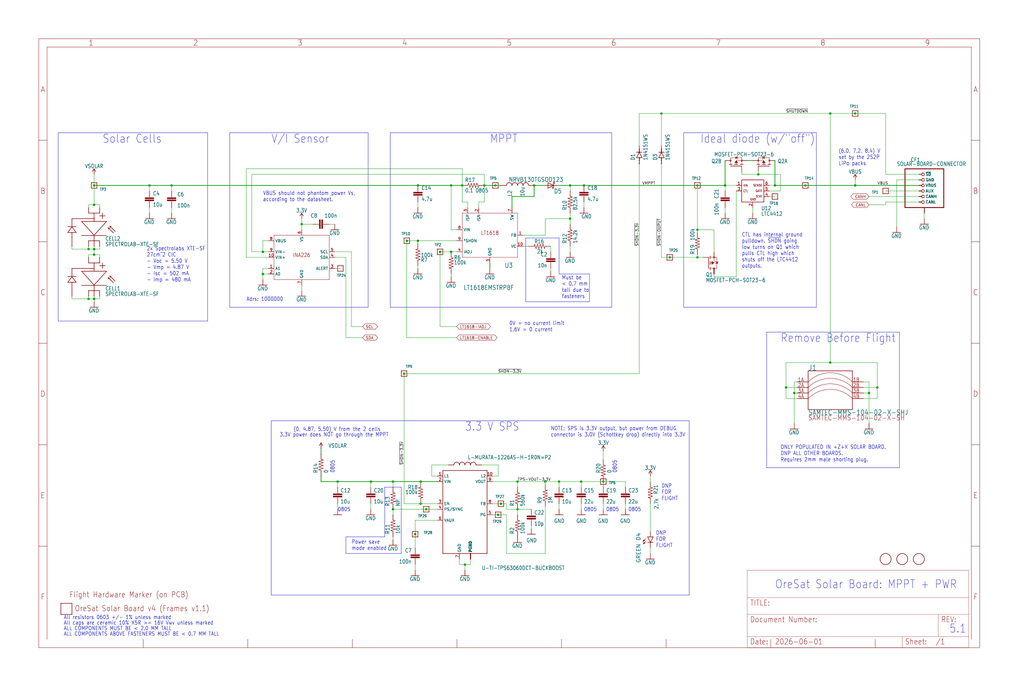
<source format=kicad_sch>
(kicad_sch (version 20230121) (generator eeschema)
  (paper "User" 469.9 317.551)
  (junction (at 43.18 116.84))
  (junction (at 68.58 85.09))
  (junction (at 191.77 85.09))
  (junction (at 193.04 231.14))
  (junction (at 347.98 80.01))
  (junction (at 381 166.37))
  (junction (at 320.04 118.11))
  (junction (at 369.57 85.09))
  (junction (at 40.64 114.3))
  (junction (at 229.87 231.14))
  (junction (at 43.18 114.3))
  (junction (at 398.78 180.34))
  (junction (at 261.62 85.09))
  (junction (at 195.58 233.68))
  (junction (at 245.11 85.09))
  (junction (at 267.97 85.09))
  (junction (at 392.43 85.09))
  (junction (at 180.34 220.98))
  (junction (at 40.64 137.16))
  (junction (at 227.33 85.09))
  (junction (at 186.69 110.49))
  (junction (at 392.43 52.07))
  (junction (at 266.7 220.98))
  (junction (at 237.49 233.68))
  (junction (at 355.6 85.09))
  (junction (at 307.34 118.11))
  (junction (at 207.01 85.09))
  (junction (at 402.59 177.8))
  (junction (at 256.54 220.98))
  (junction (at 190.5 245.11))
  (junction (at 138.43 102.87))
  (junction (at 213.36 259.08))
  (junction (at 212.09 85.09))
  (junction (at 120.65 125.73))
  (junction (at 170.18 220.98))
  (junction (at 332.74 85.09))
  (junction (at 360.68 177.8))
  (junction (at 222.25 85.09))
  (junction (at 43.18 85.09))
  (junction (at 250.19 220.98))
  (junction (at 381 52.07))
  (junction (at 320.04 85.09))
  (junction (at 201.93 115.57))
  (junction (at 320.04 105.41))
  (junction (at 185.42 171.45))
  (junction (at 207.01 115.57))
  (junction (at 193.04 220.98))
  (junction (at 120.65 115.57))
  (junction (at 276.86 220.98))
  (junction (at 364.49 180.34))
  (junction (at 78.74 85.09))
  (junction (at 191.77 110.49))
  (junction (at 43.18 93.98))
  (junction (at 303.53 52.07))
  (junction (at 154.94 220.98))
  (junction (at 261.62 100.33))
  (junction (at 180.34 233.68))
  (junction (at 237.49 220.98))
  (junction (at 43.18 137.16))
  (junction (at 228.6 236.22))
  (polyline (pts (xy 313.69 60.96) (xy 374.65 60.96)) (stroke (width 0.1524) (type solid)))
  (wire (pts (xy 201.93 149.86) (xy 201.93 115.57)) (stroke (width 0.1524)))
  (polyline (pts (xy 176.53 246.38) (xy 158.75 246.38)) (stroke (width 0.1524) (type solid)))
  (wire (pts (xy 261.62 87.63) (xy 261.62 85.09)) (stroke (width 0.1524)))
  (wire (pts (xy 237.49 233.68) (xy 243.84 233.68)) (stroke (width 0.1524)))
  (wire (pts (xy 43.18 114.3) (xy 43.18 113.03)) (stroke (width 0.1524)))
  (wire (pts (xy 45.72 116.84) (xy 43.18 116.84)) (stroke (width 0.1524)))
  (wire (pts (xy 138.43 102.87) (xy 143.51 102.87)) (stroke (width 0.1524)))
  (wire (pts (xy 191.77 123.19) (xy 191.77 121.92)) (stroke (width 0.1524)))
  (wire (pts (xy 40.64 116.84) (xy 43.18 116.84)) (stroke (width 0.1524)))
  (wire (pts (xy 229.87 85.09) (xy 227.33 85.09)) (stroke (width 0.3048)))
  (wire (pts (xy 332.74 87.63) (xy 332.74 85.09)) (stroke (width 0.1524)))
  (wire (pts (xy 227.33 85.09) (xy 222.25 85.09)) (stroke (width 0.3048)))
  (wire (pts (xy 78.74 97.79) (xy 78.74 95.25)) (stroke (width 0.1524)))
  (wire (pts (xy 340.36 78.74) (xy 340.36 80.01)) (stroke (width 0.1524)))
  (polyline (pts (xy 280.67 140.97) (xy 280.67 60.96)) (stroke (width 0.1524) (type solid)))
  (wire (pts (xy 261.62 85.09) (xy 255.27 85.09)) (stroke (width 0.3048)))
  (wire (pts (xy 113.03 77.47) (xy 212.09 77.47)) (stroke (width 0.1524)))
  (wire (pts (xy 267.97 85.09) (xy 261.62 85.09)) (stroke (width 0.3048)))
  (wire (pts (xy 33.02 137.16) (xy 33.02 135.89)) (stroke (width 0.1524)))
  (wire (pts (xy 185.42 171.45) (xy 293.37 171.45)) (stroke (width 0.1524)))
  (polyline (pts (xy 168.91 140.97) (xy 168.91 60.96)) (stroke (width 0.1524) (type solid)))
  (polyline (pts (xy 351.79 152.4) (xy 412.75 152.4)) (stroke (width 0.1524) (type solid)))
  (wire (pts (xy 40.64 137.16) (xy 33.02 137.16)) (stroke (width 0.1524)))
  (wire (pts (xy 232.41 233.68) (xy 232.41 231.14)) (stroke (width 0.1524)))
  (wire (pts (xy 327.66 127) (xy 337.82 127)) (stroke (width 0.1524)))
  (wire (pts (xy 226.06 220.98) (xy 237.49 220.98)) (stroke (width 0.1524)))
  (wire (pts (xy 185.42 231.14) (xy 185.42 171.45)) (stroke (width 0.1524)))
  (wire (pts (xy 364.49 194.31) (xy 364.49 180.34)) (stroke (width 0.1524)))
  (polyline (pts (xy 179.07 60.96) (xy 179.07 140.97)) (stroke (width 0.1524) (type solid)))
  (wire (pts (xy 219.71 95.25) (xy 219.71 92.71)) (stroke (width 0.1524)))
  (wire (pts (xy 154.94 223.52) (xy 154.94 220.98)) (stroke (width 0.1524)))
  (wire (pts (xy 232.41 236.22) (xy 228.6 236.22)) (stroke (width 0.1524)))
  (wire (pts (xy 358.14 87.63) (xy 358.14 80.01)) (stroke (width 0.1524)))
  (wire (pts (xy 396.24 182.88) (xy 402.59 182.88)) (stroke (width 0.1524)))
  (wire (pts (xy 237.49 233.68) (xy 232.41 233.68)) (stroke (width 0.1524)))
  (wire (pts (xy 138.43 102.87) (xy 138.43 100.33)) (stroke (width 0.1524)))
  (wire (pts (xy 213.36 261.62) (xy 213.36 259.08)) (stroke (width 0.1524)))
  (wire (pts (xy 40.64 93.98) (xy 43.18 93.98)) (stroke (width 0.1524)))
  (wire (pts (xy 360.68 177.8) (xy 365.76 177.8)) (stroke (width 0.1524)))
  (wire (pts (xy 381 166.37) (xy 381 52.07)) (stroke (width 0.1524)))
  (wire (pts (xy 421.64 92.71) (xy 406.4 92.71)) (stroke (width 0.1524)))
  (wire (pts (xy 250.19 254) (xy 232.41 254)) (stroke (width 0.1524)))
  (wire (pts (xy 158.75 118.11) (xy 158.75 154.94)) (stroke (width 0.1524)))
  (wire (pts (xy 43.18 137.16) (xy 43.18 138.43)) (stroke (width 0.1524)))
  (wire (pts (xy 424.18 100.33) (xy 424.18 97.79)) (stroke (width 0.1524)))
  (polyline (pts (xy 26.67 60.96) (xy 26.67 147.32)) (stroke (width 0.1524) (type solid)))
  (wire (pts (xy 191.77 95.25) (xy 191.77 92.71)) (stroke (width 0.1524)))
  (wire (pts (xy 213.36 259.08) (xy 215.9 259.08)) (stroke (width 0.1524)))
  (polyline (pts (xy 158.75 246.38) (xy 158.75 254)) (stroke (width 0.1524) (type solid)))
  (wire (pts (xy 332.74 97.79) (xy 332.74 95.25)) (stroke (width 0.1524)))
  (wire (pts (xy 209.55 105.41) (xy 207.01 105.41)) (stroke (width 0.1524)))
  (wire (pts (xy 327.66 105.41) (xy 320.04 105.41)) (stroke (width 0.1524)))
  (wire (pts (xy 266.7 220.98) (xy 256.54 220.98)) (stroke (width 0.1524)))
  (wire (pts (xy 250.19 85.09) (xy 245.11 85.09)) (stroke (width 0.3048)))
  (wire (pts (xy 402.59 177.8) (xy 396.24 177.8)) (stroke (width 0.1524)))
  (wire (pts (xy 190.5 261.62) (xy 190.5 259.08)) (stroke (width 0.1524)))
  (polyline (pts (xy 270.51 125.73) (xy 270.51 138.43)) (stroke (width 0.1524) (type solid)))
  (wire (pts (xy 45.72 118.11) (xy 45.72 116.84)) (stroke (width 0.1524)))
  (wire (pts (xy 215.9 259.08) (xy 215.9 256.54)) (stroke (width 0.1524)))
  (wire (pts (xy 207.01 127) (xy 207.01 125.73)) (stroke (width 0.1524)))
  (wire (pts (xy 43.18 114.3) (xy 40.64 114.3)) (stroke (width 0.1524)))
  (wire (pts (xy 406.4 80.01) (xy 406.4 52.07)) (stroke (width 0.1524)))
  (wire (pts (xy 222.25 92.71) (xy 222.25 85.09)) (stroke (width 0.1524)))
  (wire (pts (xy 298.45 231.14) (xy 298.45 243.84)) (stroke (width 0.1524)))
  (wire (pts (xy 261.62 115.57) (xy 261.62 113.03)) (stroke (width 0.1524)))
  (wire (pts (xy 267.97 85.09) (xy 320.04 85.09)) (stroke (width 0.3048)))
  (polyline (pts (xy 316.23 193.04) (xy 124.46 193.04)) (stroke (width 0.1524) (type solid)))
  (wire (pts (xy 261.62 97.79) (xy 261.62 100.33)) (stroke (width 0.1524)))
  (wire (pts (xy 200.66 231.14) (xy 193.04 231.14)) (stroke (width 0.1524)))
  (wire (pts (xy 252.73 123.19) (xy 252.73 124.46)) (stroke (width 0.1524)))
  (wire (pts (xy 287.02 220.98) (xy 287.02 223.52)) (stroke (width 0.1524)))
  (wire (pts (xy 186.69 154.94) (xy 209.55 154.94)) (stroke (width 0.1524)))
  (wire (pts (xy 243.84 242.57) (xy 243.84 241.3)) (stroke (width 0.1524)))
  (wire (pts (xy 228.6 218.44) (xy 228.6 213.36)) (stroke (width 0.1524)))
  (wire (pts (xy 237.49 233.68) (xy 237.49 236.22)) (stroke (width 0.1524)))
  (wire (pts (xy 266.7 233.68) (xy 266.7 231.14)) (stroke (width 0.1524)))
  (wire (pts (xy 120.65 123.19) (xy 120.65 125.73)) (stroke (width 0.1524)))
  (wire (pts (xy 43.18 137.16) (xy 40.64 137.16)) (stroke (width 0.1524)))
  (wire (pts (xy 340.36 80.01) (xy 347.98 80.01)) (stroke (width 0.1524)))
  (wire (pts (xy 347.98 80.01) (xy 347.98 78.74)) (stroke (width 0.1524)))
  (wire (pts (xy 381 52.07) (xy 392.43 52.07)) (stroke (width 0.1524)))
  (wire (pts (xy 237.49 220.98) (xy 250.19 220.98)) (stroke (width 0.1524)))
  (wire (pts (xy 364.49 175.26) (xy 365.76 175.26)) (stroke (width 0.1524)))
  (wire (pts (xy 210.82 259.08) (xy 213.36 259.08)) (stroke (width 0.1524)))
  (wire (pts (xy 355.6 85.09) (xy 369.57 85.09)) (stroke (width 0.3048)))
  (wire (pts (xy 147.32 220.98) (xy 147.32 218.44)) (stroke (width 0.3048)))
  (wire (pts (xy 229.87 231.14) (xy 226.06 231.14)) (stroke (width 0.1524)))
  (wire (pts (xy 365.76 182.88) (xy 360.68 182.88)) (stroke (width 0.1524)))
  (wire (pts (xy 40.64 95.25) (xy 40.64 93.98)) (stroke (width 0.1524)))
  (wire (pts (xy 219.71 92.71) (xy 222.25 92.71)) (stroke (width 0.1524)))
  (wire (pts (xy 320.04 116.84) (xy 320.04 118.11)) (stroke (width 0.1524)))
  (polyline (pts (xy 313.69 140.97) (xy 313.69 60.96)) (stroke (width 0.1524) (type solid)))
  (wire (pts (xy 115.57 80.01) (xy 222.25 80.01)) (stroke (width 0.1524)))
  (wire (pts (xy 327.66 125.73) (xy 327.66 127)) (stroke (width 0.1524)))
  (wire (pts (xy 33.02 114.3) (xy 33.02 113.03)) (stroke (width 0.1524)))
  (wire (pts (xy 337.82 127) (xy 337.82 87.63)) (stroke (width 0.1524)))
  (wire (pts (xy 193.04 220.98) (xy 200.66 220.98)) (stroke (width 0.3048)))
  (wire (pts (xy 303.53 52.07) (xy 293.37 52.07)) (stroke (width 0.1524)))
  (polyline (pts (xy 270.51 138.43) (xy 241.3 138.43)) (stroke (width 0.1524) (type solid)))
  (wire (pts (xy 170.18 220.98) (xy 154.94 220.98)) (stroke (width 0.3048)))
  (wire (pts (xy 43.18 85.09) (xy 43.18 80.01)) (stroke (width 0.1524)))
  (wire (pts (xy 320.04 85.09) (xy 320.04 105.41)) (stroke (width 0.1524)))
  (wire (pts (xy 303.53 73.66) (xy 303.53 118.11)) (stroke (width 0.1524)))
  (wire (pts (xy 256.54 231.14) (xy 256.54 233.68)) (stroke (width 0.1524)))
  (wire (pts (xy 170.18 220.98) (xy 180.34 220.98)) (stroke (width 0.3048)))
  (wire (pts (xy 364.49 180.34) (xy 364.49 175.26)) (stroke (width 0.1524)))
  (polyline (pts (xy 280.67 60.96) (xy 179.07 60.96)) (stroke (width 0.1524) (type solid)))
  (wire (pts (xy 78.74 87.63) (xy 78.74 85.09)) (stroke (width 0.1524)))
  (wire (pts (xy 43.18 93.98) (xy 45.72 93.98)) (stroke (width 0.1524)))
  (wire (pts (xy 398.78 175.26) (xy 398.78 180.34)) (stroke (width 0.1524)))
  (wire (pts (xy 381 166.37) (xy 402.59 166.37)) (stroke (width 0.1524)))
  (wire (pts (xy 303.53 68.58) (xy 303.53 52.07)) (stroke (width 0.1524)))
  (wire (pts (xy 190.5 245.11) (xy 190.5 251.46)) (stroke (width 0.1524)))
  (polyline (pts (xy 313.69 140.97) (xy 374.65 140.97)) (stroke (width 0.1524) (type solid)))
  (wire (pts (xy 320.04 105.41) (xy 320.04 106.68)) (stroke (width 0.1524)))
  (wire (pts (xy 113.03 118.11) (xy 113.03 77.47)) (stroke (width 0.1524)))
  (wire (pts (xy 406.4 92.71) (xy 406.4 93.98)) (stroke (width 0.1524)))
  (polyline (pts (xy 256.54 125.73) (xy 270.51 125.73)) (stroke (width 0.1524) (type solid)))
  (wire (pts (xy 252.73 115.57) (xy 252.73 113.03)) (stroke (width 0.1524)))
  (wire (pts (xy 200.66 233.68) (xy 195.58 233.68)) (stroke (width 0.1524)))
  (wire (pts (xy 180.34 220.98) (xy 193.04 220.98)) (stroke (width 0.3048)))
  (wire (pts (xy 154.94 231.14) (xy 154.94 233.68)) (stroke (width 0.1524)))
  (wire (pts (xy 261.62 100.33) (xy 250.19 100.33)) (stroke (width 0.1524)))
  (wire (pts (xy 170.18 220.98) (xy 170.18 223.52)) (stroke (width 0.1524)))
  (wire (pts (xy 120.65 125.73) (xy 120.65 128.27)) (stroke (width 0.1524)))
  (wire (pts (xy 396.24 180.34) (xy 398.78 180.34)) (stroke (width 0.1524)))
  (wire (pts (xy 158.75 154.94) (xy 166.37 154.94)) (stroke (width 0.1524)))
  (wire (pts (xy 193.04 231.14) (xy 185.42 231.14)) (stroke (width 0.1524)))
  (polyline (pts (xy 95.25 60.96) (xy 95.25 147.32)) (stroke (width 0.1524) (type solid)))
  (wire (pts (xy 320.04 118.11) (xy 307.34 118.11)) (stroke (width 0.1524)))
  (wire (pts (xy 245.11 90.17) (xy 245.11 85.09)) (stroke (width 0.3048)))
  (wire (pts (xy 406.4 93.98) (xy 398.78 93.98)) (stroke (width 0.1524)))
  (polyline (pts (xy 158.75 254) (xy 184.15 254)) (stroke (width 0.1524) (type solid)))
  (wire (pts (xy 191.77 110.49) (xy 186.69 110.49)) (stroke (width 0.1524)))
  (wire (pts (xy 228.6 236.22) (xy 226.06 236.22)) (stroke (width 0.1524)))
  (polyline (pts (xy 95.25 147.32) (xy 26.67 147.32)) (stroke (width 0.1524) (type solid)))
  (wire (pts (xy 276.86 207.01) (xy 276.86 210.82)) (stroke (width 0.1524)))
  (wire (pts (xy 170.18 233.68) (xy 170.18 231.14)) (stroke (width 0.1524)))
  (wire (pts (xy 421.64 80.01) (xy 406.4 80.01)) (stroke (width 0.1524)))
  (wire (pts (xy 222.25 85.09) (xy 222.25 80.01)) (stroke (width 0.1524)))
  (wire (pts (xy 234.95 90.17) (xy 245.11 90.17)) (stroke (width 0.3048)))
  (wire (pts (xy 237.49 223.52) (xy 237.49 220.98)) (stroke (width 0.1524)))
  (wire (pts (xy 209.55 110.49) (xy 191.77 110.49)) (stroke (width 0.1524)))
  (wire (pts (xy 398.78 180.34) (xy 398.78 194.31)) (stroke (width 0.1524)))
  (wire (pts (xy 322.58 118.11) (xy 320.04 118.11)) (stroke (width 0.1524)))
  (wire (pts (xy 207.01 115.57) (xy 201.93 115.57)) (stroke (width 0.1524)))
  (wire (pts (xy 411.48 104.14) (xy 411.48 82.55)) (stroke (width 0.1524)))
  (polyline (pts (xy 374.65 140.97) (xy 374.65 60.96)) (stroke (width 0.1524) (type solid)))
  (wire (pts (xy 120.65 110.49) (xy 120.65 115.57)) (stroke (width 0.1524)))
  (wire (pts (xy 396.24 175.26) (xy 398.78 175.26)) (stroke (width 0.1524)))
  (polyline (pts (xy 316.23 273.05) (xy 316.23 193.04)) (stroke (width 0.1524) (type solid)))
  (wire (pts (xy 123.19 110.49) (xy 120.65 110.49)) (stroke (width 0.1524)))
  (wire (pts (xy 364.49 180.34) (xy 365.76 180.34)) (stroke (width 0.1524)))
  (wire (pts (xy 360.68 177.8) (xy 360.68 166.37)) (stroke (width 0.1524)))
  (wire (pts (xy 212.09 85.09) (xy 212.09 92.71)) (stroke (width 0.1524)))
  (wire (pts (xy 68.58 95.25) (xy 68.58 97.79)) (stroke (width 0.1524)))
  (polyline (pts (xy 179.07 140.97) (xy 280.67 140.97)) (stroke (width 0.1524) (type solid)))
  (wire (pts (xy 210.82 256.54) (xy 210.82 259.08)) (stroke (width 0.1524)))
  (wire (pts (xy 287.02 233.68) (xy 287.02 231.14)) (stroke (width 0.1524)))
  (wire (pts (xy 161.29 115.57) (xy 153.67 115.57)) (stroke (width 0.1524)))
  (wire (pts (xy 337.82 85.09) (xy 332.74 85.09)) (stroke (width 0.1524)))
  (wire (pts (xy 191.77 85.09) (xy 207.01 85.09)) (stroke (width 0.3048)))
  (wire (pts (xy 209.55 149.86) (xy 201.93 149.86)) (stroke (width 0.1524)))
  (wire (pts (xy 402.59 166.37) (xy 402.59 177.8)) (stroke (width 0.1524)))
  (wire (pts (xy 392.43 85.09) (xy 392.43 82.55)) (stroke (width 0.1524)))
  (wire (pts (xy 40.64 114.3) (xy 33.02 114.3)) (stroke (width 0.1524)))
  (wire (pts (xy 250.19 220.98) (xy 250.19 222.25)) (stroke (width 0.1524)))
  (wire (pts (xy 120.65 125.73) (xy 123.19 125.73)) (stroke (width 0.1524)))
  (wire (pts (xy 138.43 105.41) (xy 138.43 102.87)) (stroke (width 0.1524)))
  (wire (pts (xy 298.45 218.44) (xy 298.45 220.98)) (stroke (width 0.1524)))
  (wire (pts (xy 303.53 52.07) (xy 381 52.07)) (stroke (width 0.1524)))
  (wire (pts (xy 224.79 123.19) (xy 224.79 120.65)) (stroke (width 0.3048)))
  (wire (pts (xy 115.57 80.01) (xy 115.57 115.57)) (stroke (width 0.1524)))
  (wire (pts (xy 43.18 116.84) (xy 43.18 114.3)) (stroke (width 0.1524)))
  (wire (pts (xy 266.7 223.52) (xy 266.7 220.98)) (stroke (width 0.1524)))
  (wire (pts (xy 207.01 105.41) (xy 207.01 85.09)) (stroke (width 0.1524)))
  (wire (pts (xy 153.67 102.87) (xy 151.13 102.87)) (stroke (width 0.1524)))
  (wire (pts (xy 369.57 85.09) (xy 392.43 85.09)) (stroke (width 0.3048)))
  (wire (pts (xy 327.66 105.41) (xy 327.66 115.57)) (stroke (width 0.1524)))
  (wire (pts (xy 392.43 85.09) (xy 421.64 85.09)) (stroke (width 0.3048)))
  (wire (pts (xy 212.09 85.09) (xy 212.09 77.47)) (stroke (width 0.1524)))
  (wire (pts (xy 402.59 182.88) (xy 402.59 177.8)) (stroke (width 0.1524)))
  (wire (pts (xy 214.63 92.71) (xy 214.63 95.25)) (stroke (width 0.1524)))
  (wire (pts (xy 190.5 238.76) (xy 190.5 245.11)) (stroke (width 0.1524)))
  (wire (pts (xy 353.06 87.63) (xy 358.14 87.63)) (stroke (width 0.1524)))
  (wire (pts (xy 147.32 208.28) (xy 147.32 205.74)) (stroke (width 0.3048)))
  (wire (pts (xy 293.37 171.45) (xy 293.37 73.66)) (stroke (width 0.1524)))
  (wire (pts (xy 276.86 220.98) (xy 266.7 220.98)) (stroke (width 0.1524)))
  (wire (pts (xy 256.54 220.98) (xy 256.54 223.52)) (stroke (width 0.1524)))
  (wire (pts (xy 45.72 113.03) (xy 45.72 114.3)) (stroke (width 0.1524)))
  (wire (pts (xy 293.37 52.07) (xy 293.37 68.58)) (stroke (width 0.1524)))
  (wire (pts (xy 68.58 85.09) (xy 78.74 85.09)) (stroke (width 0.3048)))
  (wire (pts (xy 347.98 80.01) (xy 358.14 80.01)) (stroke (width 0.1524)))
  (wire (pts (xy 232.41 231.14) (xy 229.87 231.14)) (stroke (width 0.1524)))
  (wire (pts (xy 250.19 232.41) (xy 250.19 254)) (stroke (width 0.1524)))
  (polyline (pts (xy 124.46 273.05) (xy 316.23 273.05)) (stroke (width 0.1524) (type solid)))
  (wire (pts (xy 212.09 92.71) (xy 214.63 92.71)) (stroke (width 0.1524)))
  (wire (pts (xy 353.06 85.09) (xy 355.6 85.09)) (stroke (width 0.1524)))
  (wire (pts (xy 161.29 115.57) (xy 161.29 149.86)) (stroke (width 0.1524)))
  (wire (pts (xy 120.65 115.57) (xy 123.19 115.57)) (stroke (width 0.1524)))
  (wire (pts (xy 191.77 111.76) (xy 191.77 110.49)) (stroke (width 0.1524)))
  (wire (pts (xy 228.6 213.36) (xy 220.98 213.36)) (stroke (width 0.1524)))
  (polyline (pts (xy 241.3 109.22) (xy 256.54 109.22)) (stroke (width 0.1524) (type solid)))
  (wire (pts (xy 276.86 233.68) (xy 276.86 231.14)) (stroke (width 0.1524)))
  (wire (pts (xy 267.97 95.25) (xy 267.97 92.71)) (stroke (width 0.1524)))
  (wire (pts (xy 332.74 85.09) (xy 320.04 85.09)) (stroke (width 0.3048)))
  (wire (pts (xy 123.19 118.11) (xy 113.03 118.11)) (stroke (width 0.1524)))
  (wire (pts (xy 40.64 118.11) (xy 40.64 116.84)) (stroke (width 0.1524)))
  (wire (pts (xy 303.53 118.11) (xy 307.34 118.11)) (stroke (width 0.1524)))
  (wire (pts (xy 156.21 123.19) (xy 153.67 123.19)) (stroke (width 0.1524)))
  (wire (pts (xy 200.66 238.76) (xy 190.5 238.76)) (stroke (width 0.1524)))
  (wire (pts (xy 78.74 85.09) (xy 191.77 85.09)) (stroke (width 0.3048)))
  (wire (pts (xy 276.86 220.98) (xy 287.02 220.98)) (stroke (width 0.1524)))
  (wire (pts (xy 250.19 107.95) (xy 240.03 107.95)) (stroke (width 0.1524)))
  (polyline (pts (xy 105.41 60.96) (xy 105.41 140.97)) (stroke (width 0.1524) (type solid)))
  (polyline (pts (xy 105.41 140.97) (xy 168.91 140.97)) (stroke (width 0.1524) (type solid)))
  (wire (pts (xy 115.57 115.57) (xy 120.65 115.57)) (stroke (width 0.1524)))
  (wire (pts (xy 332.74 73.66) (xy 332.74 85.09)) (stroke (width 0.3048)))
  (polyline (pts (xy 95.25 60.96) (xy 26.67 60.96)) (stroke (width 0.1524) (type solid)))
  (wire (pts (xy 45.72 114.3) (xy 43.18 114.3)) (stroke (width 0.1524)))
  (wire (pts (xy 195.58 233.68) (xy 180.34 233.68)) (stroke (width 0.1524)))
  (polyline (pts (xy 124.46 193.04) (xy 124.46 273.05)) (stroke (width 0.1524) (type solid)))
  (polyline (pts (xy 412.75 214.63) (xy 412.75 152.4)) (stroke (width 0.1524) (type solid)))
  (wire (pts (xy 276.86 223.52) (xy 276.86 220.98)) (stroke (width 0.1524)))
  (polyline (pts (xy 351.79 214.63) (xy 412.75 214.63)) (stroke (width 0.1524) (type solid)))
  (wire (pts (xy 43.18 135.89) (xy 43.18 137.16)) (stroke (width 0.1524)))
  (wire (pts (xy 406.4 52.07) (xy 392.43 52.07)) (stroke (width 0.1524)))
  (wire (pts (xy 43.18 137.16) (xy 45.72 137.16)) (stroke (width 0.1524)))
  (wire (pts (xy 180.34 220.98) (xy 180.34 223.52)) (stroke (width 0.1524)))
  (wire (pts (xy 180.34 247.65) (xy 180.34 246.38)) (stroke (width 0.1524)))
  (wire (pts (xy 138.43 133.35) (xy 138.43 130.81)) (stroke (width 0.1524)))
  (wire (pts (xy 68.58 87.63) (xy 68.58 85.09)) (stroke (width 0.1524)))
  (wire (pts (xy 198.12 213.36) (xy 205.74 213.36)) (stroke (width 0.1524)))
  (wire (pts (xy 120.65 123.19) (xy 123.19 123.19)) (stroke (width 0.1524)))
  (wire (pts (xy 154.94 220.98) (xy 147.32 220.98)) (stroke (width 0.3048)))
  (wire (pts (xy 158.75 118.11) (xy 153.67 118.11)) (stroke (width 0.1524)))
  (wire (pts (xy 40.64 114.3) (xy 40.64 113.03)) (stroke (width 0.1524)))
  (polyline (pts (xy 256.54 109.22) (xy 256.54 125.73)) (stroke (width 0.1524) (type solid)))
  (wire (pts (xy 360.68 166.37) (xy 381 166.37)) (stroke (width 0.1524)))
  (wire (pts (xy 40.64 137.16) (xy 40.64 135.89)) (stroke (width 0.1524)))
  (wire (pts (xy 360.68 182.88) (xy 360.68 177.8)) (stroke (width 0.1524)))
  (wire (pts (xy 161.29 149.86) (xy 166.37 149.86)) (stroke (width 0.1524)))
  (polyline (pts (xy 184.15 254) (xy 184.15 223.52)) (stroke (width 0.1524) (type solid)))
  (wire (pts (xy 43.18 85.09) (xy 68.58 85.09)) (stroke (width 0.3048)))
  (wire (pts (xy 421.64 90.17) (xy 398.78 90.17)) (stroke (width 0.1524)))
  (wire (pts (xy 180.34 236.22) (xy 180.34 233.68)) (stroke (width 0.1524)))
  (wire (pts (xy 355.6 90.17) (xy 353.06 90.17)) (stroke (width 0.1524)))
  (wire (pts (xy 421.64 82.55) (xy 411.48 82.55)) (stroke (width 0.1524)))
  (wire (pts (xy 43.18 85.09) (xy 43.18 93.98)) (stroke (width 0.1524)))
  (wire (pts (xy 209.55 115.57) (xy 207.01 115.57)) (stroke (width 0.1524)))
  (polyline (pts (xy 168.91 60.96) (xy 105.41 60.96)) (stroke (width 0.1524) (type solid)))
  (wire (pts (xy 45.72 137.16) (xy 45.72 135.89)) (stroke (width 0.1524)))
  (wire (pts (xy 250.19 100.33) (xy 250.19 107.95)) (stroke (width 0.1524)))
  (polyline (pts (xy 351.79 214.63) (xy 351.79 152.4)) (stroke (width 0.1524) (type solid)))
  (wire (pts (xy 200.66 218.44) (xy 198.12 218.44)) (stroke (width 0.1524)))
  (polyline (pts (xy 184.15 223.52) (xy 176.53 223.52)) (stroke (width 0.1524) (type solid)))
  (wire (pts (xy 250.19 220.98) (xy 256.54 220.98)) (stroke (width 0.1524)))
  (wire (pts (xy 355.6 73.66) (xy 355.6 85.09)) (stroke (width 0.3048)))
  (wire (pts (xy 226.06 218.44) (xy 228.6 218.44)) (stroke (width 0.1524)))
  (polyline (pts (xy 176.53 223.52) (xy 176.53 246.38)) (stroke (width 0.1524) (type solid)))
  (wire (pts (xy 45.72 93.98) (xy 45.72 95.25)) (stroke (width 0.1524)))
  (wire (pts (xy 298.45 251.46) (xy 298.45 254)) (stroke (width 0.1524)))
  (wire (pts (xy 198.12 218.44) (xy 198.12 213.36)) (stroke (width 0.1524)))
  (wire (pts (xy 342.9 73.66) (xy 345.44 73.66)) (stroke (width 0.3048)))
  (wire (pts (xy 261.62 100.33) (xy 261.62 102.87)) (stroke (width 0.1524)))
  (wire (pts (xy 207.01 85.09) (xy 212.09 85.09)) (stroke (width 0.3048)))
  (polyline (pts (xy 241.3 138.43) (xy 241.3 109.22)) (stroke (width 0.1524) (type solid)))
  (wire (pts (xy 186.69 110.49) (xy 186.69 154.94)) (stroke (width 0.1524)))
  (wire (pts (xy 234.95 95.25) (xy 234.95 90.17)) (stroke (width 0.3048)))
  (wire (pts (xy 421.64 87.63) (xy 406.4 87.63)) (stroke (width 0.1524)))
  (wire (pts (xy 242.57 113.03) (xy 240.03 113.03)) (stroke (width 0.1524)))
  (wire (pts (xy 345.44 97.79) (xy 345.44 95.25)) (stroke (width 0.1524)))
  (wire (pts (xy 232.41 254) (xy 232.41 236.22)) (stroke (width 0.1524)))
  (text "DNP\nFOR\nFLIGHT" (at 303.53 229.87 0) (effects (font (size 1.778 1.5113)) (justify left bottom)))
  (text "0805" (at 278.13 234.95 0) (effects (font (size 1.778 1.5113)) (justify left bottom)))
  (text "CTL has internal ground\npulldown. ~{SHDN} going\nlow turns on Q1 which\npulls CTL high which\nshuts off the LTC4412\noutputs." (at 340.36 123.19 0) (effects (font (size 1.778 1.5113)) (justify left bottom)))
  (text "(0, 4.87, 5.50) V from the 2 cells" (at 134.62 198.12 0) (effects (font (size 1.778 1.5113)) (justify left bottom)))
  (text "ALL COMPONENTS MUST BE < 2.0 MM TALL" (at 29.21 289.56 0) (effects (font (size 1.778 1.5113)) (justify left bottom)))
  (text "All resistors 0603 +/- 1% unless marked" (at 29.21 284.48 0) (effects (font (size 1.778 1.5113)) (justify left bottom)))
  (text "NOTE: SPS is 3.3V output, but power from DEBUG\nconnector is 3.0V (Schottkey drop) directly into 3.3V" (at 252.73 200.66 0) (effects (font (size 1.778 1.5113)) (justify left bottom)))
  (text "Solar Cells" (at 46.99 66.04 0) (effects (font (size 3.81 3.2385)) (justify left bottom)))
  (text "0805" (at 153.67 217.17 90) (effects (font (size 1.778 1.5113)) (justify left bottom)))
  (text "Power save\nmode enabled" (at 161.29 252.73 0) (effects (font (size 1.778 1.5113)) (justify left bottom)))
  (text "3.3 V SPS" (at 213.36 198.12 0) (effects (font (size 3.81 3.2385)) (justify left bottom)))
  (text "MPPT" (at 224.79 66.04 0) (effects (font (size 3.81 3.2385)) (justify left bottom)))
  (text "5.1" (at 435.61 290.83 0) (effects (font (size 3.81 3.2385)) (justify left bottom)))
  (text "All caps are ceramic 10% X5R >= 16V Vwv unless marked" (at 29.21 287.02 0) (effects (font (size 1.778 1.5113)) (justify left bottom)))
  (text "Ideal diode (w/\"off\")" (at 321.31 66.04 0) (effects (font (size 3.81 3.2385)) (justify left bottom)))
  (text "0805" (at 267.97 234.95 0) (effects (font (size 1.778 1.5113)) (justify left bottom)))
  (text "Must be\n< 0.7 mm\ntall due to\nfasteners" (at 257.81 137.16 0) (effects (font (size 1.778 1.5113)) (justify left bottom)))
  (text "0805" (at 154.94 234.95 0) (effects (font (size 1.778 1.5113)) (justify left bottom)))
  (text "0805" (at 283.21 217.17 90) (effects (font (size 1.778 1.5113)) (justify left bottom)))
  (text "DNP\nFOR\nFLIGHT" (at 300.99 251.46 0) (effects (font (size 1.778 1.5113)) (justify left bottom)))
  (text "VBUS should not phantom power Vs,\naccording to the datasheet." (at 120.65 92.71 0) (effects (font (size 1.778 1.5113)) (justify left bottom)))
  (text "3.3V power does NOT go through the MPPT" (at 128.27 200.66 0) (effects (font (size 1.778 1.5113)) (justify left bottom)))
  (text "Remove Before Flight" (at 358.14 157.48 0) (effects (font (size 3.81 3.2385)) (justify left bottom)))
  (text "V/I Sensor" (at 124.46 66.04 0) (effects (font (size 3.81 3.2385)) (justify left bottom)))
  (text "OreSat Solar Board: MPPT + PWR" (at 355.6 270.51 0) (effects (font (size 3.81 3.2385)) (justify left bottom)))
  (text "2x Spectrolabs XTE-SF\n27cm^2 CIC\n- Voc = 5.50 V\n- Vmp = 4.87 V\n- Isc = 502 mA\n- Imp = 480 mA" (at 67.31 129.54 0) (effects (font (size 1.778 1.5113)) (justify left bottom)))
  (text "0V = no current limit\n1.6V = 0 current" (at 233.68 152.4 0) (effects (font (size 1.778 1.5113)) (justify left bottom)))
  (text "ALL COMPONENTS ABOVE FASTENERS MUST BE < 0.7 MM TALL" (at 29.21 292.1 0) (effects (font (size 1.778 1.5113)) (justify left bottom)))
  (text "0805" (at 288.29 234.95 0) (effects (font (size 1.778 1.5113)) (justify left bottom)))
  (text "Adrs: 1000000" (at 113.03 138.43 0) (effects (font (size 1.778 1.5113)) (justify left bottom)))
  (text "(6.0, 7.2, 8.4) V\nset by the 2S2P\nLiPo packs" (at 384.81 76.2 0) (effects (font (size 1.778 1.5113)) (justify left bottom)))
  (text "ONLY POPULATED IN +Z+X SOLAR BOARD.\nDNP ALL OTHER BOARDS.\nRequires 2mm male shorting plug." (at 358.14 212.09 0) (effects (font (size 1.778 1.5113)) (justify left bottom)))
  (label "~{SHDN-3.3V}" (at 185.42 213.36 90) (effects (font (size 1.2446 1.2446))))
  (label "VMPPT" (at 294.64 85.09 0) (effects (font (size 1.2446 1.2446))))
  (label "TPS-VOUT-3.3V" (at 237.49 220.98 0) (effects (font (size 1.2446 1.2446))))
  (label "VBUS" (at 402.59 85.09 0) (effects (font (size 1.2446 1.2446))))
  (label "~{SHDN-3.3V}" (at 228.6 171.45 0) (effects (font (size 1.2446 1.2446))))
  (label "~{SHUTDOWN}" (at 360.68 52.07 0) (effects (font (size 1.2446 1.2446))))
  (label "~{SHDN-OUPUT}" (at 303.53 113.03 90) (effects (font (size 1.2446 1.2446))))
  (label "~{SHDN-3.3V}" (at 293.37 113.03 90) (effects (font (size 1.2446 1.2446))))
  (global_label "SDA" (shape bidirectional) (at 166.37 154.94 0) (effects (font (size 1.2446 1.2446))) (property "Intersheetrefs" "${INTERSHEET_REFS}" (effects hide)))
  (global_label "CANH" (shape bidirectional) (at 398.78 90.17 180) (effects (font (size 1.2446 1.2446))) (property "Intersheetrefs" "${INTERSHEET_REFS}" (effects hide)))
  (global_label "LT1618-IADJ" (shape bidirectional) (at 209.55 149.86 0) (effects (font (size 1.2446 1.2446))) (property "Intersheetrefs" "${INTERSHEET_REFS}" (effects hide)))
  (global_label "CANL" (shape bidirectional) (at 398.78 93.98 180) (effects (font (size 1.2446 1.2446))) (property "Intersheetrefs" "${INTERSHEET_REFS}" (effects hide)))
  (global_label "SCL" (shape bidirectional) (at 166.37 149.86 0) (effects (font (size 1.2446 1.2446))) (property "Intersheetrefs" "${INTERSHEET_REFS}" (effects hide)))
  (global_label "LT1618-ENABLE" (shape bidirectional) (at 209.55 154.94 0) (effects (font (size 1.2446 1.2446))) (property "Intersheetrefs" "${INTERSHEET_REFS}" (effects hide)))
  (symbol (lib_id "1u_panel-eagle-import:GND") (at 256.54 236.22 0) (mirror y) (unit 1)
    (property "Reference" "#GND25" (effects hide))
    (property "Value" "GND" (at 259.08 240.03 0) (effects (font (size 1.778 1.5113)) (justify left bottom)))
  )
  (symbol (lib_id "1u_panel-eagle-import:GND") (at 224.79 125.73 0) (unit 1)
    (property "Reference" "#GND5" (effects hide))
    (property "Value" "GND" (at 222.25 128.27 0) (effects (font (size 1.778 1.5113)) (justify left bottom)))
  )
  (symbol (lib_id "1u_panel-eagle-import:GND") (at 68.58 100.33 0) (unit 1)
    (property "Reference" "#GND2" (effects hide))
    (property "Value" "GND" (at 66.04 102.87 0) (effects (font (size 1.778 1.5113)) (justify left bottom)))
  )
  (symbol (lib_id "1u_panel-eagle-import:oresat-rcl_C-EU0805-B-NOSILK") (at 266.7 226.06 0) (unit 1)
    (property "Reference" "C15" (at 267.97 226.06 0) (effects (font (size 1.778 1.5113)) (justify left bottom)))
    (property "Value" "22u" (at 267.97 231.14 0) (effects (font (size 1.778 1.5113)) (justify left bottom)))
    (property "Footprint" "1u_panel:.0805-B-NOSILK" (effects hide))
    (property "DIS" "Digi-Key" (effects hide))
    (property "DPN" "1276-6817-1-ND" (effects hide))
    (property "MFR" "Samsung" (effects hide))
    (property "MPN" "CL32B226KOJVPNE" (effects hide))
  )
  (symbol (lib_id "1u_panel-eagle-import:GND") (at 191.77 97.79 0) (unit 1)
    (property "Reference" "#GND46" (effects hide))
    (property "Value" "GND" (at 189.23 100.33 0) (effects (font (size 1.778 1.5113)) (justify left bottom)))
  )
  (symbol (lib_id "1u_panel-eagle-import:R-US_0603-C-NOSILK") (at 261.62 107.95 90) (unit 1)
    (property "Reference" "R12" (at 260.1214 111.76 0) (effects (font (size 1.778 1.5113)) (justify left bottom)))
    (property "Value" "14.2k" (at 264.922 111.76 0) (effects (font (size 1.778 1.5113)) (justify left bottom)))
    (property "Footprint" "1u_panel:.0603-C-NOSILK" (effects hide))
    (property "DIS" "Digi-Key" (effects hide))
    (property "DPN" "2019-RN73R1JTTD1422D25CT-ND" (effects hide))
    (property "MFR" "KOA" (effects hide))
    (property "MPN" "RN73R1JTTD1422D25" (effects hide))
  )
  (symbol (lib_id "1u_panel-eagle-import:TEST-POINT-LARGE-SQUARE") (at 392.43 52.07 0) (mirror y) (unit 1)
    (property "Reference" "TP11" (at 389.89 49.53 0) (effects (font (size 1.27 1.0795)) (justify right bottom)))
    (property "Value" "TEST-POINT-LARGE-SQUARE" (effects hide))
    (property "Footprint" "1u_panel:1X01" (effects hide))
  )
  (symbol (lib_id "1u_panel-eagle-import:oresat-rcl_C-EU0603-C-NOSILK") (at 146.05 102.87 90) (mirror x) (unit 1)
    (property "Reference" "C8" (at 142.494 99.949 90) (effects (font (size 1.778 1.5113)) (justify right bottom)))
    (property "Value" "100n" (at 148.844 99.949 90) (effects (font (size 1.778 1.5113)) (justify right bottom)))
    (property "Footprint" "1u_panel:.0603-C-NOSILK" (effects hide))
    (property "DIS" "Digi-Key" (effects hide))
    (property "DPN" "1276-6985-1-ND" (effects hide))
    (property "MFR" "Kemet" (effects hide))
    (property "MPN" "CL10B104KB85PND" (effects hide))
  )
  (symbol (lib_id "1u_panel-eagle-import:TEST-POINT-LARGE-SQUARE") (at 186.69 110.49 0) (unit 1)
    (property "Reference" "TP10" (at 184.15 107.95 0) (effects (font (size 1.27 1.0795)) (justify left bottom)))
    (property "Value" "TEST-POINT-LARGE-SQUARE" (effects hide))
    (property "Footprint" "1u_panel:1X01" (effects hide))
  )
  (symbol (lib_id "1u_panel-eagle-import:GND") (at 153.67 105.41 0) (unit 1)
    (property "Reference" "#GND43" (effects hide))
    (property "Value" "GND" (at 151.13 107.95 0) (effects (font (size 1.778 1.5113)) (justify left bottom)))
  )
  (symbol (lib_id "1u_panel-eagle-import:R-US_0603-C-NOSILK") (at 237.49 241.3 90) (unit 1)
    (property "Reference" "R2" (at 235.9914 245.11 0) (effects (font (size 1.778 1.5113)) (justify left bottom)))
    (property "Value" "100k" (at 240.792 245.11 0) (effects (font (size 1.778 1.5113)) (justify left bottom)))
    (property "Footprint" "1u_panel:.0603-C-NOSILK" (effects hide))
    (property "DIS" "Digi-Key" (effects hide))
    (property "DPN" "RR08P100KDCT-ND" (effects hide))
    (property "MFR" "Susumu" (effects hide))
    (property "MPN" "RR0816P-104-D" (effects hide))
  )
  (symbol (lib_id "1u_panel-eagle-import:R-US_0603-C-NOSILK") (at 298.45 226.06 270) (unit 1)
    (property "Reference" "R21" (at 299.9486 222.25 0) (effects (font (size 1.778 1.5113)) (justify left bottom)))
    (property "Value" "2.7k" (at 300.228 228.6 0) (effects (font (size 1.778 1.5113)) (justify left bottom)))
    (property "Footprint" "1u_panel:.0603-C-NOSILK" (effects hide))
    (property "DIS" "Digi-Key" (effects hide))
    (property "DPN" "A129693CT-ND" (effects hide))
    (property "MFR" "TE" (effects hide))
    (property "MPN" "CRGCQ0603F2K7" (effects hide))
  )
  (symbol (lib_id "1u_panel-eagle-import:FLIGHMARKERNEW") (at 31.75 274.32 0) (unit 1)
    (property "Reference" "U$1" (effects hide))
    (property "Value" "FLIGHMARKERNEW" (effects hide))
    (property "Footprint" "1u_panel:FLIGHTMARKER_NEW_BOARDS" (effects hide))
  )
  (symbol (lib_id "1u_panel-eagle-import:SPECTROLAB-XTE-SF") (at 43.18 127 0) (unit 1)
    (property "Reference" "CELL1" (at 48.26 133.35 0) (effects (font (size 1.778 1.5113)) (justify left bottom)))
    (property "Value" "SPECTROLAB-XTE-SF" (at 48.26 135.89 0) (effects (font (size 1.778 1.5113)) (justify left bottom)))
    (property "Footprint" "1u_panel:SPECTROLAB-XTE-SF" (effects hide))
  )
  (symbol (lib_id "1u_panel-eagle-import:GND") (at 424.18 102.87 0) (unit 1)
    (property "Reference" "#GND18" (effects hide))
    (property "Value" "GND" (at 421.64 105.41 0) (effects (font (size 1.778 1.5113)) (justify left bottom)))
  )
  (symbol (lib_id "1u_panel-eagle-import:GND") (at 213.36 264.16 0) (unit 1)
    (property "Reference" "#GND14" (effects hide))
    (property "Value" "GND" (at 210.82 266.7 0) (effects (font (size 1.778 1.5113)) (justify left bottom)))
  )
  (symbol (lib_id "1u_panel-eagle-import:TEST-POINT-LARGE-SQUARE") (at 195.58 233.68 0) (unit 1)
    (property "Reference" "TP29" (at 191.77 237.49 0) (effects (font (size 1.27 1.0795)) (justify left bottom)))
    (property "Value" "TEST-POINT-LARGE-SQUARE" (effects hide))
    (property "Footprint" "1u_panel:1X01" (effects hide))
  )
  (symbol (lib_id "1u_panel-eagle-import:SOLAR-BOARD-CONNECTOR") (at 424.18 85.09 0) (unit 1)
    (property "Reference" "CF1" (at 417.83 74.295 0) (effects (font (size 1.778 1.5113)) (justify left bottom)))
    (property "Value" "SOLAR-BOARD-CONNECTOR" (at 411.48 76.2 0) (effects (font (size 1.778 1.5113)) (justify left bottom)))
    (property "Footprint" "1u_panel:HARWIN-M55-60X1242R" (effects hide))
  )
  (symbol (lib_id "1u_panel-eagle-import:FIDUCIAL") (at 406.4 256.54 0) (unit 1)
    (property "Reference" "U$4" (effects hide))
    (property "Value" "FIDUCIAL" (effects hide))
    (property "Footprint" "1u_panel:FIDUCIAL_1MM" (effects hide))
  )
  (symbol (lib_id "1u_panel-eagle-import:TEST-POINT-LARGE-SQUARE") (at 406.4 87.63 0) (unit 1)
    (property "Reference" "TP1" (at 400.05 88.9 0) (effects (font (size 1.27 1.0795)) (justify left bottom)))
    (property "Value" "TEST-POINT-LARGE-SQUARE" (effects hide))
    (property "Footprint" "1u_panel:1X01" (effects hide))
  )
  (symbol (lib_id "1u_panel-eagle-import:TEST-POINT-LARGE-SQUARE") (at 43.18 85.09 0) (unit 1)
    (property "Reference" "TP3" (at 45.72 87.63 0) (effects (font (size 1.27 1.0795)) (justify left bottom)))
    (property "Value" "TEST-POINT-LARGE-SQUARE" (effects hide))
    (property "Footprint" "1u_panel:1X01" (effects hide))
  )
  (symbol (lib_id "1u_panel-eagle-import:oresat-rcl_C-EU0603-C-NOSILK") (at 170.18 226.06 0) (unit 1)
    (property "Reference" "C20" (at 171.45 226.06 0) (effects (font (size 1.778 1.5113)) (justify left bottom)))
    (property "Value" "10u" (at 171.45 231.14 0) (effects (font (size 1.778 1.5113)) (justify left bottom)))
    (property "Footprint" "1u_panel:.0603-C-NOSILK" (effects hide))
    (property "DIS" "Digi-Key" (effects hide))
    (property "DPN" "490-12317-1-ND" (effects hide))
    (property "MFR" "Murata" (effects hide))
    (property "MPN" "GRT188R61C106KE13D" (effects hide))
  )
  (symbol (lib_id "1u_panel-eagle-import:GND") (at 170.18 236.22 0) (unit 1)
    (property "Reference" "#GND24" (effects hide))
    (property "Value" "GND" (at 167.64 238.76 0) (effects (font (size 1.778 1.5113)) (justify left bottom)))
  )
  (symbol (lib_id "1u_panel-eagle-import:R-US_0603-C-NOSILK") (at 180.34 228.6 90) (unit 1)
    (property "Reference" "R13" (at 178.8414 232.41 0) (effects (font (size 1.778 1.5113)) (justify left bottom)))
    (property "Value" "NP" (at 183.642 232.41 0) (effects (font (size 1.778 1.5113)) (justify left bottom)))
    (property "Footprint" "1u_panel:.0603-C-NOSILK" (effects hide))
    (property "DIS" "Digi-Key" (effects hide))
    (property "DPN" "RNCP0603FTD10K0CT-ND" (effects hide))
    (property "MFR" "Stackpole" (effects hide))
    (property "MPN" "RNCP0603FTD10K0" (effects hide))
  )
  (symbol (lib_id "1u_panel-eagle-import:oresat-rcl_C-EU0603-C-NOSILK") (at 252.73 118.11 0) (mirror y) (unit 1)
    (property "Reference" "C2" (at 251.206 117.729 0) (effects (font (size 1.778 1.5113)) (justify left bottom)))
    (property "Value" "10n" (at 251.206 122.809 0) (effects (font (size 1.778 1.5113)) (justify left bottom)))
    (property "Footprint" "1u_panel:.0603-C-NOSILK" (effects hide))
    (property "DIS" "Digi-Key" (effects hide))
    (property "DPN" "587-5957-1-ND" (effects hide))
    (property "MFR" "Taiyo" (effects hide))
    (property "MPN" "UMK107B7103KAHT" (effects hide))
  )
  (symbol (lib_id "1u_panel-eagle-import:LED-GREEN0603") (at 298.45 246.38 0) (unit 1)
    (property "Reference" "D4" (at 294.005 248.158 90) (effects (font (size 1.778 1.778)) (justify left bottom)))
    (property "Value" "GREEN" (at 294.005 249.428 90) (effects (font (size 1.778 1.778)) (justify right bottom)))
    (property "Footprint" "1u_panel:LED-0603" (effects hide))
    (property "DIS" "Digi-Key" (effects hide))
    (property "DPN" "1830-1064-1-ND" (effects hide))
    (property "MFR" "Inolux" (effects hide))
    (property "MPN" "IN-S63AT5A" (effects hide))
  )
  (symbol (lib_id "1u_panel-eagle-import:L-MURATA-1226AS-H-1R0N=P2") (at 213.36 213.36 90) (unit 1)
    (property "Reference" "L1" (effects hide))
    (property "Value" "L-MURATA-1226AS-H-1R0N=P2" (at 214.63 210.82 90) (effects (font (size 1.778 1.5113)) (justify right top)))
    (property "Footprint" "1u_panel:IND_1226AS-H-1R0N=P2" (effects hide))
    (property "DIS" "Digi-Key" (effects hide))
    (property "DPN" "445-VLS3010CX-1R5M-1CT-ND" (effects hide))
    (property "MFR" "TDK" (effects hide))
    (property "MPN" "VLS3010CX-1R5M-1" (effects hide))
  )
  (symbol (lib_id "1u_panel-eagle-import:FIDUCIAL") (at 421.64 256.54 0) (unit 1)
    (property "Reference" "U$3" (effects hide))
    (property "Value" "FIDUCIAL" (effects hide))
    (property "Footprint" "1u_panel:FIDUCIAL_1MM" (effects hide))
  )
  (symbol (lib_id "1u_panel-eagle-import:oresat-rcl_C-EU0603-C-NOSILK") (at 267.97 87.63 0) (unit 1)
    (property "Reference" "C18" (at 269.494 87.249 0) (effects (font (size 1.778 1.5113)) (justify left bottom)))
    (property "Value" "4.7u" (at 269.494 92.329 0) (effects (font (size 1.778 1.5113)) (justify left bottom)))
    (property "Footprint" "1u_panel:.0603-C-NOSILK" (effects hide))
    (property "DIS" "Digi-Key" (effects hide))
    (property "DPN" "587-4332-1-ND" (effects hide))
    (property "MFR" "Taiyo" (effects hide))
    (property "MPN" "EMK107BBJ475KAHT" (effects hide))
  )
  (symbol (lib_id "1u_panel-eagle-import:Q-MOSFET-PCH-dual-SOT23-6_MOSFET-PCH-SOT23-6") (at 350.52 76.2 90) (unit 1)
    (property "Reference" "Q2" (at 356.87 74.93 90) (effects (font (size 1.778 1.5113)) (justify right top)))
    (property "Value" "MOSFET-PCH-SOT23-6" (effects hide))
    (property "Footprint" "1u_panel:SOT23-6" (effects hide))
    (property "DIS" "Digi-Key" (effects hide))
    (property "DPN" "DMP2240UDMDICT-ND" (effects hide))
    (property "MFR" "Diodes Inc." (effects hide))
    (property "MPN" "DMP2240UDM-7" (effects hide))
  )
  (symbol (lib_id "1u_panel-eagle-import:GND") (at 180.34 250.19 0) (unit 1)
    (property "Reference" "#GND39" (effects hide))
    (property "Value" "GND" (at 177.8 252.73 0) (effects (font (size 1.778 1.5113)) (justify left bottom)))
  )
  (symbol (lib_id "1u_panel-eagle-import:oresat-rcl_C-EU0603-C-NOSILK") (at 256.54 226.06 0) (unit 1)
    (property "Reference" "C13" (at 257.81 226.06 0) (effects (font (size 1.778 1.5113)) (justify left bottom)))
    (property "Value" "10u" (at 257.81 231.14 0) (effects (font (size 1.778 1.5113)) (justify left bottom)))
    (property "Footprint" "1u_panel:.0603-C-NOSILK" (effects hide))
    (property "DIS" "Digi-Key" (effects hide))
    (property "DPN" "490-12317-1-ND" (effects hide))
    (property "MFR" "Murata" (effects hide))
    (property "MPN" "GRT188R61C106KE13D" (effects hide))
  )
  (symbol (lib_id "1u_panel-eagle-import:R-US_0603-C-NOSILK") (at 261.62 92.71 90) (unit 1)
    (property "Reference" "R10" (at 260.1214 96.52 0) (effects (font (size 1.778 1.5113)) (justify left bottom)))
    (property "Value" "82.5k" (at 264.922 96.52 0) (effects (font (size 1.778 1.5113)) (justify left bottom)))
    (property "Footprint" "1u_panel:.0603-C-NOSILK" (effects hide))
    (property "DIS" "Digi-Key" (effects hide))
    (property "DPN" "P82.5KDBCT-ND" (effects hide))
    (property "MFR" "Panasonic" (effects hide))
    (property "MPN" "ERA-3AEB8252V" (effects hide))
  )
  (symbol (lib_id "1u_panel-eagle-import:R-US_0603-C-NOSILK") (at 237.49 228.6 90) (unit 1)
    (property "Reference" "R1" (at 235.9914 232.41 0) (effects (font (size 1.778 1.5113)) (justify left bottom)))
    (property "Value" "560k" (at 240.792 232.41 0) (effects (font (size 1.778 1.5113)) (justify left bottom)))
    (property "Footprint" "1u_panel:.0603-C-NOSILK" (effects hide))
    (property "DIS" "Digi-Key" (effects hide))
    (property "DPN" "A129720CT-ND" (effects hide))
    (property "MFR" "TE" (effects hide))
    (property "MPN" "CRGCQ0603F470K" (effects hide))
  )
  (symbol (lib_id "1u_panel-eagle-import:L-WURTH-744042100") (at 237.49 85.09 90) (unit 1)
    (property "Reference" "L2" (at 234.95 90.17 0) (effects (font (size 1.778 1.5113)) (justify left bottom)))
    (property "Value" "10u" (at 238.76 90.17 0) (effects (font (size 1.778 1.5113)) (justify left top)))
    (property "Footprint" "1u_panel:NONSTANDARD" (effects hide))
    (property "DIS" "Digi-Key" (effects hide))
    (property "DPN" "732-1025-1-ND" (effects hide))
    (property "MFR" "WURTH" (effects hide))
    (property "MPN" "744042100" (effects hide))
  )
  (symbol (lib_id "1u_panel-eagle-import:R-US_0603-C-NOSILK") (at 250.19 227.33 90) (unit 1)
    (property "Reference" "R9" (at 248.6914 231.14 0) (effects (font (size 1.778 1.5113)) (justify left bottom)))
    (property "Value" "1M" (at 253.492 231.14 0) (effects (font (size 1.778 1.5113)) (justify left bottom)))
    (property "Footprint" "1u_panel:.0603-C-NOSILK" (effects hide))
  )
  (symbol (lib_id "1u_panel-eagle-import:R-US_0603-C-NOSILK") (at 191.77 116.84 270) (mirror x) (unit 1)
    (property "Reference" "R7" (at 193.04 118.3386 90) (effects (font (size 1.778 1.5113)) (justify left bottom)))
    (property "Value" "100k" (at 193.04 116.078 90) (effects (font (size 1.778 1.5113)) (justify left bottom)))
    (property "Footprint" "1u_panel:.0603-C-NOSILK" (effects hide))
    (property "DIS" "Digi-Key" (effects hide))
    (property "DPN" "RNCP0603FTD10K0CT-ND" (effects hide))
    (property "MFR" "Stackpole" (effects hide))
    (property "MPN" "RNCP0603FTD10K0" (effects hide))
  )
  (symbol (lib_id "1u_panel-eagle-import:TEST-POINT-LARGE-SQUARE") (at 369.57 85.09 0) (mirror y) (unit 1)
    (property "Reference" "TP14" (at 373.38 82.55 0) (effects (font (size 1.27 1.0795)) (justify left bottom)))
    (property "Value" "TEST-POINT-LARGE-SQUARE" (effects hide))
    (property "Footprint" "1u_panel:1X01" (effects hide))
  )
  (symbol (lib_id "1u_panel-eagle-import:GND") (at 78.74 100.33 0) (unit 1)
    (property "Reference" "#GND3" (effects hide))
    (property "Value" "GND" (at 76.2 102.87 0) (effects (font (size 1.778 1.5113)) (justify left bottom)))
  )
  (symbol (lib_id "1u_panel-eagle-import:GND") (at 266.7 236.22 0) (mirror y) (unit 1)
    (property "Reference" "#GND13" (effects hide))
    (property "Value" "GND" (at 269.24 240.03 0) (effects (font (size 1.778 1.5113)) (justify left bottom)))
  )
  (symbol (lib_id "1u_panel-eagle-import:TEST-POINT-LARGE-SQUARE") (at 355.6 90.17 90) (unit 1)
    (property "Reference" "TP16" (at 353.06 93.98 90) (effects (font (size 1.27 1.0795)) (justify right top)))
    (property "Value" "TEST-POINT-LARGE-SQUARE" (effects hide))
    (property "Footprint" "1u_panel:1X01" (effects hide))
  )
  (symbol (lib_id "1u_panel-eagle-import:GND") (at 345.44 100.33 0) (unit 1)
    (property "Reference" "#GND11" (effects hide))
    (property "Value" "GND" (at 342.9 102.87 0) (effects (font (size 1.778 1.5113)) (justify left bottom)))
  )
  (symbol (lib_id "1u_panel-eagle-import:SAMTEC-MMS-104-02-X-SHJ") (at 370.84 175.26 0) (unit 1)
    (property "Reference" "J1" (at 370.84 170.18 0) (effects (font (size 2.54 2.159)) (justify left bottom)))
    (property "Value" "SAMTEC-MMS-104-02-X-SHJ" (at 370.84 190.5 0) (effects (font (size 2.286 1.9431)) (justify left bottom)))
    (property "Footprint" "1u_panel:SAMTEC-MMS-104-02-X-SH" (effects hide))
  )
  (symbol (lib_id "1u_panel-eagle-import:U-TI-TPS63060DCT-BUCKBOOST") (at 213.36 233.68 0) (unit 1)
    (property "Reference" "U10" (effects hide))
    (property "Value" "U-TI-TPS63060DCT-BUCKBOOST" (at 220.98 261.62 0) (effects (font (size 1.778 1.5113)) (justify left bottom)))
    (property "Footprint" "1u_panel:CONV_TPS63060DSCT" (effects hide))
  )
  (symbol (lib_id "1u_panel-eagle-import:SPECTROLAB-XTE-SF") (at 43.18 104.14 0) (unit 1)
    (property "Reference" "CELL2" (at 48.26 110.49 0) (effects (font (size 1.778 1.5113)) (justify left bottom)))
    (property "Value" "SPECTROLAB-XTE-SF" (at 48.26 113.03 0) (effects (font (size 1.778 1.5113)) (justify left bottom)))
    (property "Footprint" "1u_panel:SPECTROLAB-XTE-SF" (effects hide))
  )
  (symbol (lib_id "1u_panel-eagle-import:TEST-POINT-LARGE-SQUARE") (at 276.86 220.98 0) (unit 1)
    (property "Reference" "TP6" (at 279.4 222.25 0) (effects (font (size 1.27 1.0795)) (justify left bottom)))
    (property "Value" "TEST-POINT-LARGE-SQUARE" (effects hide))
    (property "Footprint" "1u_panel:1X01" (effects hide))
  )
  (symbol (lib_id "1u_panel-eagle-import:GND") (at 261.62 118.11 0) (unit 1)
    (property "Reference" "#GND9" (effects hide))
    (property "Value" "GND" (at 259.08 120.65 0) (effects (font (size 1.778 1.5113)) (justify left bottom)))
  )
  (symbol (lib_id "1u_panel-eagle-import:R-US_0603-C-NOSILK") (at 207.01 120.65 270) (unit 1)
    (property "Reference" "R6" (at 208.28 119.1514 90) (effects (font (size 1.778 1.5113)) (justify left bottom)))
    (property "Value" "100k" (at 208.28 121.412 90) (effects (font (size 1.778 1.5113)) (justify left bottom)))
    (property "Footprint" "1u_panel:.0603-C-NOSILK" (effects hide))
    (property "DIS" "Digi-Key" (effects hide))
    (property "DPN" "RNCP0603FTD10K0CT-ND" (effects hide))
    (property "MFR" "Stackpole" (effects hide))
    (property "MPN" "RNCP0603FTD10K0" (effects hide))
  )
  (symbol (lib_id "1u_panel-eagle-import:TEST-POINT-LARGE-SQUARE") (at 190.5 245.11 0) (unit 1)
    (property "Reference" "TP28" (at 194.31 245.11 0) (effects (font (size 1.27 1.0795)) (justify left bottom)))
    (property "Value" "TEST-POINT-LARGE-SQUARE" (effects hide))
    (property "Footprint" "1u_panel:1X01" (effects hide))
  )
  (symbol (lib_id "1u_panel-eagle-import:FRAME_B_L") (at 342.9 297.18 0) (unit 2)
    (property "Reference" "#FRAME1" (effects hide))
    (property "Value" "FRAME_B_L" (effects hide))
  )
  (symbol (lib_id "1u_panel-eagle-import:VSOLAR") (at 147.32 205.74 0) (unit 1)
    (property "Reference" "#VSOLAR2" (effects hide))
    (property "Value" "VSOLAR" (at 154.94 205.486 0) (effects (font (size 1.778 1.5113)) (justify bottom)))
  )
  (symbol (lib_id "1u_panel-eagle-import:LTC4412") (at 345.44 87.63 0) (unit 1)
    (property "Reference" "U12" (at 349.25 96.52 0) (effects (font (size 1.778 1.5113)) (justify left bottom)))
    (property "Value" "LTC4412" (at 349.25 99.06 0) (effects (font (size 1.778 1.5113)) (justify left bottom)))
    (property "Footprint" "1u_panel:SOT23-6" (effects hide))
    (property "DIS" "Digi-Key" (effects hide))
    (property "DPN" "LTC4412ES6#TRPBFCT-ND" (effects hide))
    (property "MFR" "Linear Technologies" (effects hide))
    (property "MPN" "LTC4412ES6#TRPBF" (effects hide))
  )
  (symbol (lib_id "1u_panel-eagle-import:TEST-POINT-LARGE-SQUARE") (at 228.6 236.22 0) (unit 1)
    (property "Reference" "TP26" (at 226.06 240.03 0) (effects (font (size 1.27 1.0795)) (justify left bottom)))
    (property "Value" "TEST-POINT-LARGE-SQUARE" (effects hide))
    (property "Footprint" "1u_panel:1X01" (effects hide))
  )
  (symbol (lib_id "1u_panel-eagle-import:R-US_0603-C-NOSILK") (at 180.34 241.3 90) (unit 1)
    (property "Reference" "R11" (at 178.8414 245.11 0) (effects (font (size 1.778 1.5113)) (justify left bottom)))
    (property "Value" "10k" (at 183.642 245.11 0) (effects (font (size 1.778 1.5113)) (justify left bottom)))
    (property "Footprint" "1u_panel:.0603-C-NOSILK" (effects hide))
  )
  (symbol (lib_id "1u_panel-eagle-import:TEST-POINT-LARGE-SQUARE") (at 227.33 85.09 0) (unit 1)
    (property "Reference" "TP5" (at 224.79 82.55 0) (effects (font (size 1.27 1.0795)) (justify left bottom)))
    (property "Value" "TEST-POINT-LARGE-SQUARE" (effects hide))
    (property "Footprint" "1u_panel:1X01" (effects hide))
  )
  (symbol (lib_id "1u_panel-eagle-import:GND") (at 267.97 97.79 0) (unit 1)
    (property "Reference" "#GND45" (effects hide))
    (property "Value" "GND" (at 266.7 100.33 0) (effects (font (size 1.778 1.5113)) (justify left bottom)))
  )
  (symbol (lib_id "1u_panel-eagle-import:R-US_0603-C-NOSILK") (at 320.04 111.76 90) (unit 1)
    (property "Reference" "R19" (at 318.77 116.84 0) (effects (font (size 1.778 1.5113)) (justify left bottom)))
    (property "Value" "100k" (at 318.77 110.49 0) (effects (font (size 1.778 1.5113)) (justify left bottom)))
    (property "Footprint" "1u_panel:.0603-C-NOSILK" (effects hide))
    (property "DIS" "Digi-Key" (effects hide))
    (property "DPN" "RNCP0603FTD10K0CT-ND" (effects hide))
    (property "MFR" "Stackpole" (effects hide))
    (property "MPN" "RNCP0603FTD10K0" (effects hide))
  )
  (symbol (lib_id "1u_panel-eagle-import:oresat-rcl_C-EU0603-C-NOSILK") (at 78.74 90.17 0) (unit 1)
    (property "Reference" "C6" (at 81.28 90.17 0) (effects (font (size 1.778 1.5113)) (justify left bottom)))
    (property "Value" "100n" (at 81.28 95.25 0) (effects (font (size 1.778 1.5113)) (justify left bottom)))
    (property "Footprint" "1u_panel:.0603-C-NOSILK" (effects hide))
    (property "DIS" "Digi-Key" (effects hide))
    (property "DPN" "1276-6985-1-ND" (effects hide))
    (property "MFR" "Kemet" (effects hide))
    (property "MPN" "CL10B104KB85PND" (effects hide))
  )
  (symbol (lib_id "1u_panel-eagle-import:GND") (at 332.74 100.33 0) (unit 1)
    (property "Reference" "#GND23" (effects hide))
    (property "Value" "GND" (at 330.2 102.87 0) (effects (font (size 1.778 1.5113)) (justify left bottom)))
  )
  (symbol (lib_id "1u_panel-eagle-import:oresat-rcl_C-EU0603-C-NOSILK") (at 190.5 254 0) (mirror y) (unit 1)
    (property "Reference" "C7" (at 188.976 253.619 0) (effects (font (size 1.778 1.5113)) (justify left bottom)))
    (property "Value" "100n" (at 188.976 258.699 0) (effects (font (size 1.778 1.5113)) (justify left bottom)))
    (property "Footprint" "1u_panel:.0603-C-NOSILK" (effects hide))
    (property "DIS" "Digi-Key" (effects hide))
    (property "DPN" "1276-6985-1-ND" (effects hide))
    (property "MFR" "Kemet" (effects hide))
    (property "MPN" "CL10B104KB85PND" (effects hide))
  )
  (symbol (lib_id "1u_panel-eagle-import:GND") (at 190.5 264.16 0) (unit 1)
    (property "Reference" "#GND34" (effects hide))
    (property "Value" "GND" (at 187.96 266.7 0) (effects (font (size 1.778 1.5113)) (justify left bottom)))
  )
  (symbol (lib_id "1u_panel-eagle-import:GND") (at 243.84 245.11 0) (mirror y) (unit 1)
    (property "Reference" "#GND26" (effects hide))
    (property "Value" "GND" (at 246.38 248.92 0) (effects (font (size 1.778 1.5113)) (justify left bottom)))
  )
  (symbol (lib_id "1u_panel-eagle-import:GND") (at 411.48 106.68 0) (unit 1)
    (property "Reference" "#GND28" (effects hide))
    (property "Value" "GND" (at 408.94 109.22 0) (effects (font (size 1.778 1.5113)) (justify left bottom)))
  )
  (symbol (lib_id "1u_panel-eagle-import:TEST-POINT-LARGE-SQUARE") (at 320.04 85.09 0) (mirror y) (unit 1)
    (property "Reference" "TP12" (at 317.5 82.55 0) (effects (font (size 1.27 1.0795)) (justify right bottom)))
    (property "Value" "TEST-POINT-LARGE-SQUARE" (effects hide))
    (property "Footprint" "1u_panel:1X01" (effects hide))
  )
  (symbol (lib_id "1u_panel-eagle-import:3.3V") (at 298.45 218.44 0) (unit 1)
    (property "Reference" "#SUPPLY7" (effects hide))
    (property "Value" "3.3V" (at 298.45 215.646 0) (effects (font (size 1.778 1.5113)) (justify bottom)))
  )
  (symbol (lib_id "1u_panel-eagle-import:C-EU0402-B-NOSILK") (at 332.74 90.17 0) (unit 1)
    (property "Reference" "C21" (at 329.819 86.614 90) (effects (font (size 1.778 1.5113)) (justify right bottom)))
    (property "Value" "100n" (at 329.819 92.964 90) (effects (font (size 1.778 1.5113)) (justify right bottom)))
    (property "Footprint" "1u_panel:.0402-B-NOSILK" (effects hide))
    (property "DIS" "Digi-Key" (effects hide))
    (property "DPN" "1276-6985-1-ND" (effects hide))
    (property "MFR" "Kemet" (effects hide))
    (property "MPN" "CL10B104KB85PND" (effects hide))
  )
  (symbol (lib_id "1u_panel-eagle-import:DIODE-SOD323-R") (at 303.53 71.12 90) (unit 1)
    (property "Reference" "D3" (at 301.625 73.66 0) (effects (font (size 1.778 1.5113)) (justify left bottom)))
    (property "Value" "1N4151WS" (at 307.34 73.66 0) (effects (font (size 1.778 1.5113)) (justify left bottom)))
    (property "Footprint" "1u_panel:SOD323-R" (effects hide))
  )
  (symbol (lib_id "1u_panel-eagle-import:oresat-rcl_C-EU0805-B-NOSILK") (at 287.02 226.06 0) (unit 1)
    (property "Reference" "C23" (at 288.29 226.06 0) (effects (font (size 1.778 1.5113)) (justify left bottom)))
    (property "Value" "22u" (at 288.29 231.14 0) (effects (font (size 1.778 1.5113)) (justify left bottom)))
    (property "Footprint" "1u_panel:.0805-B-NOSILK" (effects hide))
    (property "DIS" "Digi-Key" (effects hide))
    (property "DPN" "1276-6817-1-ND" (effects hide))
    (property "MFR" "Samsung" (effects hide))
    (property "MPN" "CL32B226KOJVPNE" (effects hide))
  )
  (symbol (lib_id "1u_panel-eagle-import:ORESAT-SOLAR-BOARD-V4-SPECTROLABS") (at 30.48 279.4 0) (unit 1)
    (property "Reference" "PCB1" (effects hide))
    (property "Value" "ORESAT-SOLAR-BOARD-V4-SPECTROLABS" (effects hide))
    (property "Footprint" "1u_panel:ORESAT-SOLAR-BOARD-V4" (effects hide))
  )
  (symbol (lib_id "1u_panel-eagle-import:TEST-POINT-LARGE-SQUARE") (at 307.34 118.11 0) (mirror y) (unit 1)
    (property "Reference" "TP25" (at 311.15 115.57 0) (effects (font (size 1.27 1.0795)) (justify left bottom)))
    (property "Value" "TEST-POINT-LARGE-SQUARE" (effects hide))
    (property "Footprint" "1u_panel:1X01" (effects hide))
  )
  (symbol (lib_id "1u_panel-eagle-import:oresat-rcl_C-EU0805-B-NOSILK") (at 276.86 226.06 0) (unit 1)
    (property "Reference" "C19" (at 278.13 226.06 0) (effects (font (size 1.778 1.5113)) (justify left bottom)))
    (property "Value" "22u" (at 278.13 231.14 0) (effects (font (size 1.778 1.5113)) (justify left bottom)))
    (property "Footprint" "1u_panel:.0805-B-NOSILK" (effects hide))
    (property "DIS" "Digi-Key" (effects hide))
    (property "DPN" "1276-6817-1-ND" (effects hide))
    (property "MFR" "Samsung" (effects hide))
    (property "MPN" "CL32B226KOJVPNE" (effects hide))
  )
  (symbol (lib_id "1u_panel-eagle-import:GND") (at 237.49 248.92 0) (unit 1)
    (property "Reference" "#GND36" (effects hide))
    (property "Value" "GND" (at 234.95 251.46 0) (effects (font (size 1.778 1.5113)) (justify left bottom)))
  )
  (symbol (lib_id "1u_panel-eagle-import:FIDUCIAL") (at 414.02 256.54 0) (unit 1)
    (property "Reference" "U$2" (effects hide))
    (property "Value" "FIDUCIAL" (effects hide))
    (property "Footprint" "1u_panel:FIDUCIAL_1MM" (effects hide))
  )
  (symbol (lib_id "1u_panel-eagle-import:oresat-rcl_C-EU0603-C-NOSILK") (at 191.77 87.63 0) (unit 1)
    (property "Reference" "C14" (at 193.294 87.249 0) (effects (font (size 1.778 1.5113)) (justify left bottom)))
    (property "Value" "4.7u" (at 193.294 92.329 0) (effects (font (size 1.778 1.5113)) (justify left bottom)))
    (property "Footprint" "1u_panel:.0603-C-NOSILK" (effects hide))
    (property "DIS" "Digi-Key" (effects hide))
    (property "DPN" "587-4332-1-ND" (effects hide))
    (property "MFR" "Taiyo" (effects hide))
    (property "MPN" "EMK107BBJ475KAHT" (effects hide))
  )
  (symbol (lib_id "1u_panel-eagle-import:R-US_0805-C-NOSILK") (at 147.32 213.36 90) (unit 1)
    (property "Reference" "R14" (at 145.8214 217.17 0) (effects (font (size 1.778 1.5113)) (justify left bottom)))
    (property "Value" "0" (at 150.622 217.17 0) (effects (font (size 1.778 1.5113)) (justify left bottom)))
    (property "Footprint" "1u_panel:.0805-C-NOSILK" (effects hide))
    (property "DIS" "Digi-Key" (effects hide))
    (property "DPN" "RMCF0805ZT0R00CT-ND" (effects hide))
    (property "MFR" "Stackpole" (effects hide))
    (property "MPN" "RMCF0805ZT0R00" (effects hide))
  )
  (symbol (lib_id "1u_panel-eagle-import:R-US_0805-C-NOSILK") (at 217.17 85.09 0) (unit 1)
    (property "Reference" "R17" (at 213.36 83.5914 0) (effects (font (size 1.778 1.5113)) (justify left bottom)))
    (property "Value" "0.1 0805" (at 213.36 88.392 0) (effects (font (size 1.778 1.5113)) (justify left bottom)))
    (property "Footprint" "1u_panel:.0805-C-NOSILK" (effects hide))
    (property "DIS" "Digi-Key" (effects hide))
    (property "DPN" "RMCF0805ZT0R00CT-ND" (effects hide))
    (property "MFR" "Stackpole" (effects hide))
    (property "MPN" "RMCF0805ZT0R00" (effects hide))
  )
  (symbol (lib_id "1u_panel-eagle-import:NRVB130TGSOD123") (at 252.73 85.09 0) (unit 1)
    (property "Reference" "D5" (at 257.81 86.614 0) (effects (font (size 2.032 1.7272)) (justify right top)))
    (property "Value" "NRVB130TGSOD123" (at 258.572 81.28 0) (effects (font (size 2.032 1.7272)) (justify right top)))
    (property "Footprint" "1u_panel:SOD123" (effects hide))
    (property "DIS" "Digi-Key" (effects hide))
    (property "DPN" "NRVB130T3GOSCT-ND" (effects hide))
    (property "MFR" "OnSemi" (effects hide))
    (property "MPN" "NRVB130T3G" (effects hide))
  )
  (symbol (lib_id "1u_panel-eagle-import:GND") (at 276.86 236.22 0) (unit 1)
    (property "Reference" "#GND35" (effects hide))
    (property "Value" "GND" (at 274.32 240.03 0) (effects (font (size 1.778 1.5113)) (justify left bottom)))
  )
  (symbol (lib_id "1u_panel-eagle-import:GND") (at 298.45 256.54 0) (unit 1)
    (property "Reference" "#GND12" (effects hide))
    (property "Value" "GND" (at 295.91 259.08 0) (effects (font (size 1.778 1.5113)) (justify left bottom)))
  )
  (symbol (lib_id "1u_panel-eagle-import:GND") (at 398.78 196.85 0) (unit 1)
    (property "Reference" "#GND17" (effects hide))
    (property "Value" "GND" (at 396.24 199.39 0) (effects (font (size 1.778 1.5113)) (justify left bottom)))
  )
  (symbol (lib_id "1u_panel-eagle-import:GND") (at 120.65 130.81 0) (unit 1)
    (property "Reference" "#GND8" (effects hide))
    (property "Value" "GND" (at 118.11 133.35 0) (effects (font (size 1.778 1.5113)) (justify left bottom)))
  )
  (symbol (lib_id "1u_panel-eagle-import:oresat-rcl_C-EU0603-C-NOSILK") (at 243.84 236.22 0) (unit 1)
    (property "Reference" "C22" (at 245.11 236.22 0) (effects (font (size 1.778 1.5113)) (justify left bottom)))
    (property "Value" "10p" (at 245.11 241.3 0) (effects (font (size 1.778 1.5113)) (justify left bottom)))
    (property "Footprint" "1u_panel:.0603-C-NOSILK" (effects hide))
    (property "DIS" "Digi-Key" (effects hide))
    (property "DPN" "490-12317-1-ND" (effects hide))
    (property "MFR" "Murata" (effects hide))
    (property "MPN" "GRT188R61C106KE13D" (effects hide))
  )
  (symbol (lib_id "1u_panel-eagle-import:Q-MOSFET-PCH-dual-SOT23-6_MOSFET-PCH-SOT23-6") (at 337.82 76.2 270) (mirror x) (unit 2)
    (property "Reference" "Q2" (at 326.39 74.93 90) (effects (font (size 1.778 1.5113)) (justify left top)))
    (property "Value" "MOSFET-PCH-SOT23-6" (at 327.66 69.85 90) (effects (font (size 1.778 1.5113)) (justify left bottom)))
    (property "Footprint" "1u_panel:SOT23-6" (effects hide))
    (property "DIS" "Digi-Key" (effects hide))
    (property "DPN" "DMP2240UDMDICT-ND" (effects hide))
    (property "MFR" "Diodes Inc." (effects hide))
    (property "MPN" "DMP2240UDM-7" (effects hide))
  )
  (symbol (lib_id "1u_panel-eagle-import:GND") (at 191.77 125.73 0) (unit 1)
    (property "Reference" "#GND15" (effects hide))
    (property "Value" "GND" (at 189.23 128.27 0) (effects (font (size 1.778 1.5113)) (justify left bottom)))
  )
  (symbol (lib_id "1u_panel-eagle-import:TEST-POINT-LARGE-SQUARE") (at 156.21 123.19 180) (unit 1)
    (property "Reference" "TP24" (at 158.75 125.73 0) (effects (font (size 1.27 1.0795)) (justify left bottom)))
    (property "Value" "TEST-POINT-LARGE-SQUARE" (effects hide))
    (property "Footprint" "1u_panel:1X01" (effects hide))
  )
  (symbol (lib_id "1u_panel-eagle-import:MOSFET-PCH-SOT23-6") (at 325.12 120.65 0) (unit 1)
    (property "Reference" "Q1" (at 323.85 127 0) (effects (font (size 1.778 1.5113)) (justify left bottom)))
    (property "Value" "MOSFET-PCH-SOT23-6" (at 323.85 129.54 0) (effects (font (size 1.778 1.5113)) (justify left bottom)))
    (property "Footprint" "1u_panel:SOT23-6" (effects hide))
    (property "DIS" "Digi-Key" (effects hide))
    (property "DPN" "DMP3050LVT-7DICT-ND" (effects hide))
    (property "MFR" "Diodes Inc." (effects hide))
    (property "MPN" "DMP3050LVT-7" (effects hide))
  )
  (symbol (lib_id "1u_panel-eagle-import:R-US_0603-C-NOSILK") (at 247.65 113.03 180) (unit 1)
    (property "Reference" "R16" (at 245.11 111.76 0) (effects (font (size 1.778 1.5113)) (justify right top)))
    (property "Value" "2k" (at 246.38 116.332 0) (effects (font (size 1.778 1.5113)) (justify right top)))
    (property "Footprint" "1u_panel:.0603-C-NOSILK" (effects hide))
    (property "DIS" "Digi-Key" (effects hide))
    (property "DPN" "2019-RK73H1JTTD2001FCT-ND" (effects hide))
    (property "MFR" "KOA" (effects hide))
    (property "MPN" "RK73H1JTTD2001F" (effects hide))
  )
  (symbol (lib_id "1u_panel-eagle-import:TEST-POINT-LARGE-SQUARE") (at 201.93 115.57 0) (unit 1)
    (property "Reference" "TP2" (at 199.39 113.03 0) (effects (font (size 1.27 1.0795)) (justify left bottom)))
    (property "Value" "TEST-POINT-LARGE-SQUARE" (effects hide))
    (property "Footprint" "1u_panel:1X01" (effects hide))
  )
  (symbol (lib_id "1u_panel-eagle-import:GND") (at 207.01 129.54 0) (unit 1)
    (property "Reference" "#GND38" (effects hide))
    (property "Value" "GND" (at 204.47 132.08 0) (effects (font (size 1.778 1.5113)) (justify left bottom)))
  )
  (symbol (lib_id "1u_panel-eagle-import:3.3V") (at 138.43 100.33 0) (unit 1)
    (property "Reference" "#SUPPLY6" (effects hide))
    (property "Value" "3.3V" (at 138.43 97.536 0) (effects (font (size 1.778 1.5113)) (justify bottom)))
  )
  (symbol (lib_id "1u_panel-eagle-import:GND") (at 154.94 236.22 0) (unit 1)
    (property "Reference" "#GND30" (effects hide))
    (property "Value" "GND" (effects hide))
  )
  (symbol (lib_id "1u_panel-eagle-import:DIODE-SOD323-R") (at 293.37 71.12 90) (unit 1)
    (property "Reference" "D1" (at 291.465 73.66 0) (effects (font (size 1.778 1.5113)) (justify left bottom)))
    (property "Value" "1N4151WS" (at 297.18 73.66 0) (effects (font (size 1.778 1.5113)) (justify left bottom)))
    (property "Footprint" "1u_panel:SOD323-R" (effects hide))
  )
  (symbol (lib_id "1u_panel-eagle-import:GND") (at 138.43 135.89 0) (unit 1)
    (property "Reference" "#GND7" (effects hide))
    (property "Value" "GND" (at 135.89 138.43 0) (effects (font (size 1.778 1.5113)) (justify left bottom)))
  )
  (symbol (lib_id "1u_panel-eagle-import:GND") (at 364.49 196.85 0) (unit 1)
    (property "Reference" "#GND16" (effects hide))
    (property "Value" "GND" (at 361.95 199.39 0) (effects (font (size 1.778 1.5113)) (justify left bottom)))
  )
  (symbol (lib_id "1u_panel-eagle-import:3.3V") (at 276.86 207.01 0) (unit 1)
    (property "Reference" "#SUPPLY1" (effects hide))
    (property "Value" "3.3V" (at 276.86 204.216 0) (effects (font (size 1.778 1.5113)) (justify bottom)))
  )
  (symbol (lib_id "1u_panel-eagle-import:VSOLAR") (at 43.18 80.01 0) (unit 1)
    (property "Reference" "#VSOLAR1" (effects hide))
    (property "Value" "VSOLAR" (at 43.18 77.216 0) (effects (font (size 1.778 1.5113)) (justify bottom)))
  )
  (symbol (lib_id "1u_panel-eagle-import:FRAME_B_L") (at 17.78 297.18 0) (unit 1)
    (property "Reference" "#FRAME1" (effects hide))
    (property "Value" "FRAME_B_L" (effects hide))
  )
  (symbol (lib_id "1u_panel-eagle-import:R-US_0805-C-NOSILK") (at 276.86 215.9 270) (unit 1)
    (property "Reference" "R20" (at 275.59 217.17 0) (effects (font (size 1.778 1.5113)) (justify right top)))
    (property "Value" "0" (at 280.67 217.17 0) (effects (font (size 1.778 1.5113)) (justify right top)))
    (property "Footprint" "1u_panel:.0805-C-NOSILK" (effects hide))
    (property "DIS" "Digi-Key" (effects hide))
    (property "DPN" "RMCF0805ZT0R00CT-ND" (effects hide))
    (property "MFR" "Stackpole" (effects hide))
    (property "MPN" "RMCF0805ZT0R00" (effects hide))
  )
  (symbol (lib_id "1u_panel-eagle-import:GND") (at 43.18 140.97 0) (unit 1)
    (property "Reference" "#GND10" (effects hide))
    (property "Value" "GND" (at 40.64 143.51 0) (effects (font (size 1.778 1.5113)) (justify left bottom)))
  )
  (symbol (lib_id "1u_panel-eagle-import:TEST-POINT-LARGE-SQUARE") (at 229.87 231.14 0) (unit 1)
    (property "Reference" "TP27" (at 227.33 228.6 0) (effects (font (size 1.27 1.0795)) (justify left bottom)))
    (property "Value" "TEST-POINT-LARGE-SQUARE" (effects hide))
    (property "Footprint" "1u_panel:1X01" (effects hide))
  )
  (symbol (lib_id "1u_panel-eagle-import:VBUS") (at 392.43 80.01 0) (unit 1)
    (property "Reference" "#VBUS1" (effects hide))
    (property "Value" "VBUS" (at 392.43 79.756 0) (effects (font (size 1.778 1.5113)) (justify bottom)))
  )
  (symbol (lib_id "1u_panel-eagle-import:GND") (at 252.73 127 0) (unit 1)
    (property "Reference" "#GND20" (effects hide))
    (property "Value" "GND" (at 250.19 129.54 0) (effects (font (size 1.778 1.5113)) (justify left bottom)))
  )
  (symbol (lib_id "1u_panel-eagle-import:TEST-POINT-LARGE-SQUARE") (at 185.42 171.45 0) (mirror y) (unit 1)
    (property "Reference" "TP9" (at 189.23 168.91 0) (effects (font (size 1.27 1.0795)) (justify left bottom)))
    (property "Value" "TEST-POINT-LARGE-SQUARE" (effects hide))
    (property "Footprint" "1u_panel:1X01" (effects hide))
  )
  (symbol (lib_id "1u_panel-eagle-import:GND") (at 287.02 236.22 0) (unit 1)
    (property "Reference" "#GND32" (effects hide))
    (property "Value" "GND" (at 284.48 240.03 0) (effects (font (size 1.778 1.5113)) (justify left bottom)))
  )
  (symbol (lib_id "1u_panel-eagle-import:oresat-rcl_C-EU0805-B-NOSILK") (at 154.94 226.06 0) (unit 1)
    (property "Reference" "C12" (at 156.21 226.06 0) (effects (font (size 1.778 1.5113)) (justify left bottom)))
    (property "Value" "10u" (at 156.21 231.14 0) (effects (font (size 1.778 1.5113)) (justify left bottom)))
    (property "Footprint" "1u_panel:.0805-B-NOSILK" (effects hide))
    (property "DIS" "Digi-Key" (effects hide))
    (property "DPN" "490-12379-2-ND" (effects hide))
    (property "MFR" "Murata" (effects hide))
    (property "MPN" "GRT21BR61C106KE01L" (effects hide))
  )
  (symbol (lib_id "1u_panel-eagle-import:INA226AIDGSR") (at 138.43 118.11 0) (unit 1)
    (property "Reference" "U4" (effects hide))
    (property "Value" "INA226AIDGSR" (effects hide))
    (property "Footprint" "1u_panel:DGS10" (effects hide))
    (property "DIS" "Digi-Key" (effects hide))
    (property "DPN" "296-29034-1-ND" (effects hide))
    (property "MFR" "TI" (effects hide))
    (property "MPN" "INA226AIDGSR" (effects hide))
  )
  (symbol (lib_id "1u_panel-eagle-import:LT1618EMSTRPBF") (at 224.79 107.95 0) (unit 1)
    (property "Reference" "U3" (at 231.5398 122.9458 0) (effects (font (size 2.0863 1.7733)) (justify left bottom)))
    (property "Value" "LT1618EMSTRPBF" (at 212.6168 133.1099 0) (effects (font (size 2.0864 1.7734)) (justify left bottom)))
    (property "Footprint" "1u_panel:MSOP-10_MS" (effects hide))
    (property "DIS" "Digi-Key" (effects hide))
    (property "DPN" "LT1618EMS#TRPBFCT-ND" (effects hide))
    (property "MFR" "Linear Technologies" (effects hide))
    (property "MPN" "LT1618EMS#TRPBF" (effects hide))
  )
  (symbol (lib_id "1u_panel-eagle-import:oresat-rcl_C-EU0603-C-NOSILK") (at 68.58 90.17 0) (unit 1)
    (property "Reference" "C4" (at 70.104 89.789 0) (effects (font (size 1.778 1.5113)) (justify left bottom)))
    (property "Value" "10u" (at 70.104 94.869 0) (effects (font (size 1.778 1.5113)) (justify left bottom)))
    (property "Footprint" "1u_panel:.0603-C-NOSILK" (effects hide))
    (property "DIS" "Digi-Key" (effects hide))
    (property "DPN" "490-12317-1-ND" (effects hide))
    (property "MFR" "Murata" (effects hide))
    (property "MPN" "GRT188R61C106KE13D" (effects hide))
  )
  (symbol (lib_id "1u_panel-eagle-import:R-US_0603-C-NOSILK") (at 193.04 226.06 90) (mirror x) (unit 1)
    (property "Reference" "R18" (at 191.77 224.5614 90) (effects (font (size 1.778 1.5113)) (justify left bottom)))
    (property "Value" "100k" (at 191.77 226.822 90) (effects (font (size 1.778 1.5113)) (justify left bottom)))
    (property "Footprint" "1u_panel:.0603-C-NOSILK" (effects hide))
    (property "DIS" "Digi-Key" (effects hide))
    (property "DPN" "RNCP0603FTD10K0CT-ND" (effects hide))
    (property "MFR" "Stackpole" (effects hide))
    (property "MPN" "RNCP0603FTD10K0" (effects hide))
  )
)
</source>
